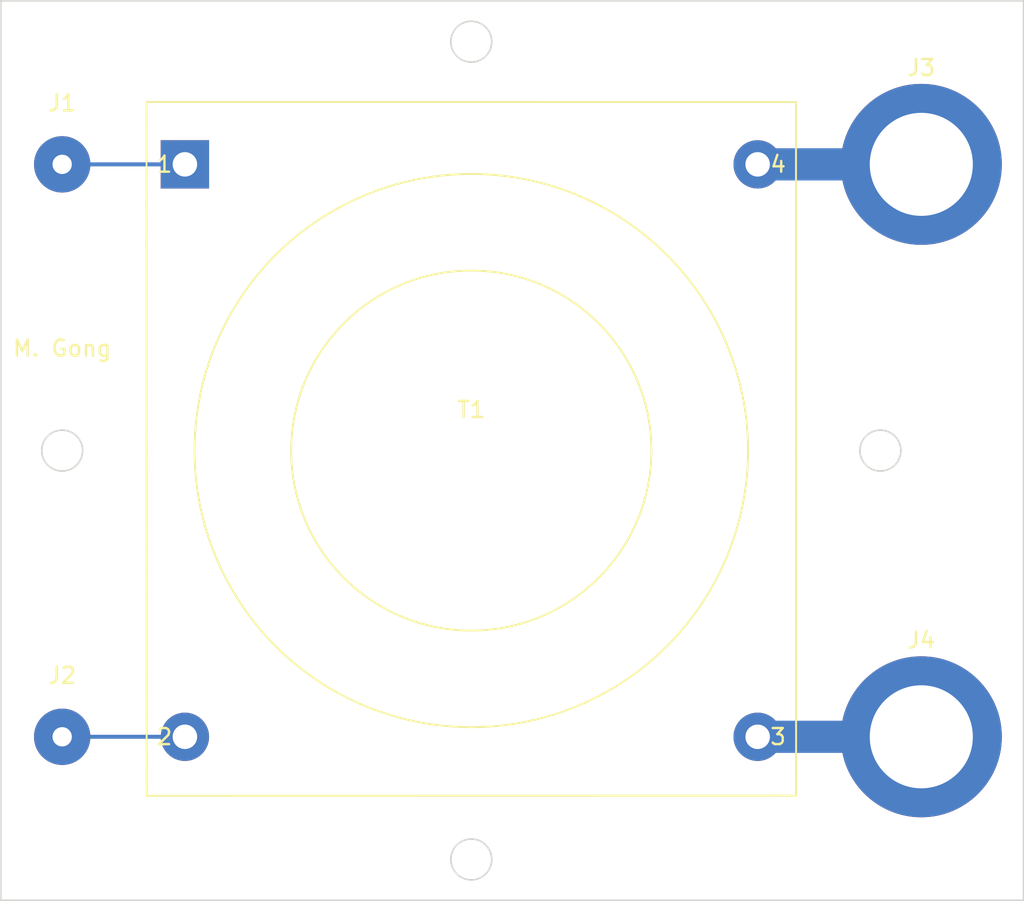
<source format=kicad_pcb>
(kicad_pcb (version 20211014) (generator pcbnew)
  (layers (0 "F.Cu" signal) (31 "B.Cu" signal) (34 "B.Paste" user) (35 "F.Paste" user) (36 "B.SilkS" user "B.Silkscreen") (37 "F.SilkS" user "F.Silkscreen") (38 "B.Mask" user) (39 "F.Mask" user) (44 "Edge.Cuts" user))
  (net 0 "")
  (net 1 "/Output+")
  (net 2 "/Output-")
  (net 3 "/Input+")
  (net 4 "/Input-")
  (footprint "Connector_Wire:SolderWirePad_1x01_Drill1.2mm" (layer "F.Cu") (at 149.86 58.42)
    (fp_text reference "J1" (at 0 -3.81) (layer "F.SilkS"))
    (fp_text value "Input+")
    (pad "1" thru_hole circle locked (at 0 0) (size 3.50012 3.50012) (drill 1.19888) (layers *.Cu *.Mask) (net 3 "/Input+"))
  )
  (footprint "Connector_Wire:SolderWirePad_1x01_Drill1.2mm" (layer "F.Cu") (at 149.86 93.98)
    (fp_text reference "J2" (at 0 -3.81) (layer "F.SilkS"))
    (fp_text value "Input-")
    (pad "1" thru_hole circle locked (at 0 0) (size 3.50012 3.50012) (drill 1.19888) (layers *.Cu *.Mask) (net 4 "/Input-"))
  )
  (footprint "MountingHole:MountingHole_6.4mm_M6_ISO14580_Pad" (layer "F.Cu") (at 203.2 58.42)
    (fp_text reference "J3" (at 0 -6) (layer "F.SilkS"))
    (fp_text value "Output+")
    (pad "1" thru_hole circle locked (at 0 0) (size 10 10) (drill 6.4) (layers *.Cu *.Mask) (net 1 "/Output+"))
  )
  (footprint "MountingHole:MountingHole_6.4mm_M6_ISO14580_Pad" (layer "F.Cu") (at 203.2 93.98)
    (fp_text reference "J4" (at 0 -6) (layer "F.SilkS"))
    (fp_text value "Output-")
    (pad "1" thru_hole circle locked (at 0 0) (size 10 10) (drill 6.4) (layers *.Cu *.Mask) (net 2 "/Output-"))
  )
  (footprint "Power:Air_Core_Transformer_Vertical_1P_1S" (layer "F.Cu") (at 157.48 58.42)
    (fp_text reference "T1" (at 17.78 15.24) (layer "F.SilkS"))
    (fp_text value "3:40 Air Core (primary 0.8uH, 0.225in length, 2in diameter)")
    (fp_text user "2" (at -1.27 35.56) (layer "F.SilkS"))
    (fp_text user "1" (at -1.27 0) (layer "F.SilkS"))
    (fp_text user "4" (at 36.83 0) (layer "F.SilkS"))
    (fp_text user "3" (at 36.83 35.56) (layer "F.SilkS"))
    (fp_line (start 37.94 -3.87) (end 37.9476 39.2176) (layer "F.SilkS") (width 0.12))
    (fp_line (start -2.382 -3.875) (end 37.94 -3.87) (layer "F.SilkS") (width 0.12))
    (fp_line (start -2.382 -3.875) (end -2.375 39.225) (layer "F.SilkS") (width 0.12))
    (fp_line (start 37.9476 39.2176) (end -2.375 39.225) (layer "F.SilkS") (width 0.12))
    (fp_circle (center 17.78 17.78) (end 34.962516 17.78) (layer "F.SilkS") (width 0.12) (fill none))
    (fp_circle (center 17.78 17.78) (end 28.962516 17.78) (layer "F.SilkS") (width 0.12) (fill none))
    (pad "1" thru_hole rect locked (at 0 0) (size 3 3) (drill 1.52) (layers *.Cu *.Mask) (net 3 "/Input+"))
    (pad "2" thru_hole circle locked (at 0 35.56) (size 3 3) (drill 1.52) (layers *.Cu *.Mask) (net 4 "/Input-"))
    (pad "3" thru_hole circle locked (at 35.56 35.56) (size 3 3) (drill 1.52) (layers *.Cu *.Mask) (net 2 "/Output-"))
    (pad "4" thru_hole circle locked (at 35.56 0) (size 3 3) (drill 1.52) (layers *.Cu *.Mask) (net 1 "/Output+"))
  )
  (gr_circle (center 200.66 76.2) (end 201.93 76.2) (layer "Edge.Cuts") (width 0.1) (fill none))
  (gr_circle (center 149.86 76.2) (end 151.13 76.2) (layer "Edge.Cuts") (width 0.1) (fill none))
  (gr_circle (center 175.26 50.8) (end 176.53 50.8) (layer "Edge.Cuts") (width 0.1) (fill none))
  (gr_line (start 146.05 104.14) (end 209.55 104.14) (layer "Edge.Cuts") (width 0.1))
  (gr_line (start 146.05 48.26) (end 146.05 104.14) (layer "Edge.Cuts") (width 0.1))
  (gr_line (start 209.55 104.14) (end 209.55 48.26) (layer "Edge.Cuts") (width 0.1))
  (gr_circle (center 175.26 101.6) (end 176.53 101.6) (layer "Edge.Cuts") (width 0.1) (fill none))
  (gr_line (start 209.55 48.26) (end 146.05 48.26) (layer "Edge.Cuts") (width 0.1))
  (gr_text "M. Gong" (at 149.86 69.85) (layer "F.SilkS") (effects (font (size 1 1))))
  (segment (start 193.04 58.42) (end 203.2 58.42) (width 2) (layer "B.Cu") (net 1))
  (segment (start 193.04 93.98) (end 203.2 93.98) (width 2) (layer "B.Cu") (net 2))
  (segment (start 149.86 58.42) (end 157.48 58.42) (width 0.25) (layer "B.Cu") (net 3))
  (segment (start 149.86 93.98) (end 157.48 93.98) (width 0.25) (layer "B.Cu") (net 4))
)
</source>
